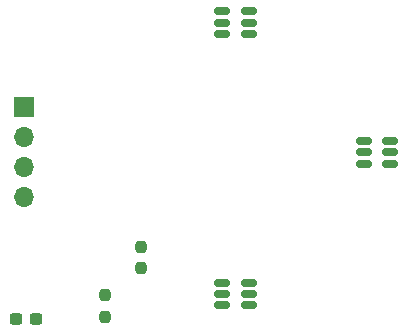
<source format=gts>
%TF.GenerationSoftware,KiCad,Pcbnew,6.0.5*%
%TF.CreationDate,2022-08-02T09:40:57-05:00*%
%TF.ProjectId,TLE493d-W2B6-board,544c4534-3933-4642-9d57-3242362d626f,rev?*%
%TF.SameCoordinates,Original*%
%TF.FileFunction,Soldermask,Top*%
%TF.FilePolarity,Negative*%
%FSLAX46Y46*%
G04 Gerber Fmt 4.6, Leading zero omitted, Abs format (unit mm)*
G04 Created by KiCad (PCBNEW 6.0.5) date 2022-08-02 09:40:57*
%MOMM*%
%LPD*%
G01*
G04 APERTURE LIST*
G04 Aperture macros list*
%AMRoundRect*
0 Rectangle with rounded corners*
0 $1 Rounding radius*
0 $2 $3 $4 $5 $6 $7 $8 $9 X,Y pos of 4 corners*
0 Add a 4 corners polygon primitive as box body*
4,1,4,$2,$3,$4,$5,$6,$7,$8,$9,$2,$3,0*
0 Add four circle primitives for the rounded corners*
1,1,$1+$1,$2,$3*
1,1,$1+$1,$4,$5*
1,1,$1+$1,$6,$7*
1,1,$1+$1,$8,$9*
0 Add four rect primitives between the rounded corners*
20,1,$1+$1,$2,$3,$4,$5,0*
20,1,$1+$1,$4,$5,$6,$7,0*
20,1,$1+$1,$6,$7,$8,$9,0*
20,1,$1+$1,$8,$9,$2,$3,0*%
G04 Aperture macros list end*
%ADD10R,1.700000X1.700000*%
%ADD11O,1.700000X1.700000*%
%ADD12RoundRect,0.150000X-0.512500X-0.150000X0.512500X-0.150000X0.512500X0.150000X-0.512500X0.150000X0*%
%ADD13RoundRect,0.237500X-0.237500X0.250000X-0.237500X-0.250000X0.237500X-0.250000X0.237500X0.250000X0*%
%ADD14RoundRect,0.237500X0.237500X-0.250000X0.237500X0.250000X-0.237500X0.250000X-0.237500X-0.250000X0*%
%ADD15RoundRect,0.237500X0.300000X0.237500X-0.300000X0.237500X-0.300000X-0.237500X0.300000X-0.237500X0*%
G04 APERTURE END LIST*
D10*
%TO.C,J1*%
X114125000Y-86150000D03*
D11*
X114125000Y-88690000D03*
X114125000Y-91230000D03*
X114125000Y-93770000D03*
%TD*%
D12*
%TO.C,U3*%
X130862500Y-78050000D03*
X130862500Y-79000000D03*
X130862500Y-79950000D03*
X133137500Y-79950000D03*
X133137500Y-79000000D03*
X133137500Y-78050000D03*
%TD*%
D13*
%TO.C,R1*%
X121000000Y-102087500D03*
X121000000Y-103912500D03*
%TD*%
D14*
%TO.C,R2*%
X124000000Y-99825000D03*
X124000000Y-98000000D03*
%TD*%
D12*
%TO.C,U1*%
X142862500Y-89050000D03*
X142862500Y-90000000D03*
X142862500Y-90950000D03*
X145137500Y-90950000D03*
X145137500Y-90000000D03*
X145137500Y-89050000D03*
%TD*%
%TO.C,U2*%
X130862500Y-101050000D03*
X130862500Y-102000000D03*
X130862500Y-102950000D03*
X133137500Y-102950000D03*
X133137500Y-102000000D03*
X133137500Y-101050000D03*
%TD*%
D15*
%TO.C,C1*%
X115162500Y-104140000D03*
X113437500Y-104140000D03*
%TD*%
M02*

</source>
